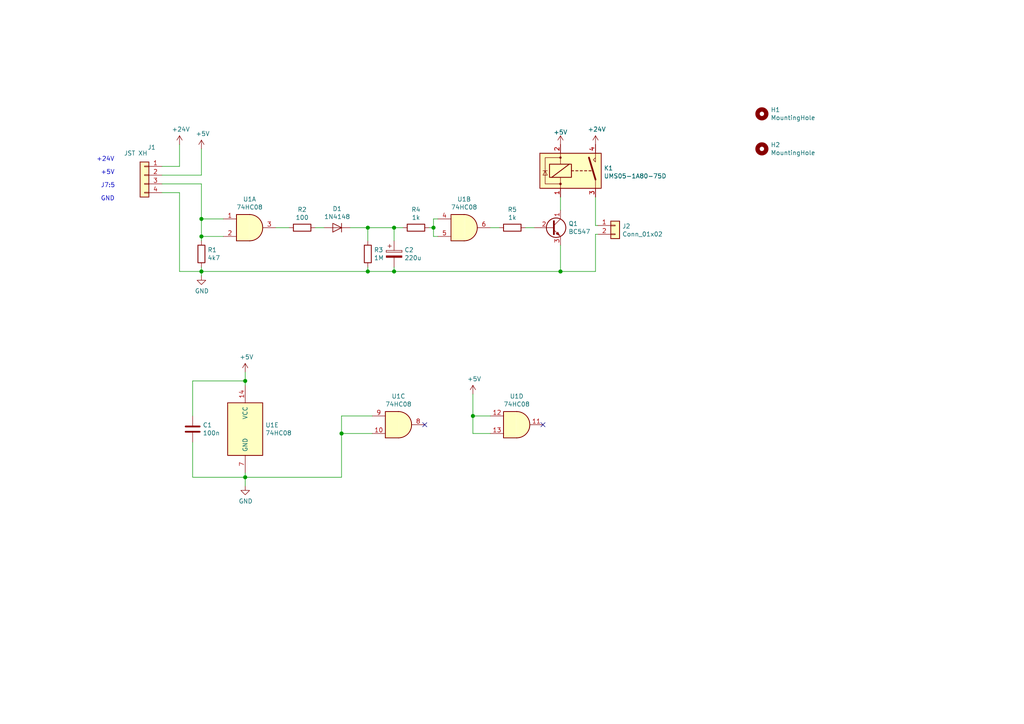
<source format=kicad_sch>
(kicad_sch (version 20210615) (generator eeschema)
  (paper "A4")
  (lib_symbols
    (symbol "74xx:74LS08" (pin_names (offset 1.016))
      (property "Reference" "U" (at 0 1.27 0))
      (property "Value" "74LS08" (at 0 -1.27 0))
      (symbol "74LS08_1_1"
        (arc (start 0 -3.81) (end 0 3.81) (radius (at 0 0) (length 3.81) (angles -89.9 89.9)) (stroke (width 0.254)) (fill (type background)))
        (polyline (pts (xy 0 3.81) (xy -3.81 3.81) (xy -3.81 -3.81) (xy 0 -3.81)) (stroke (width 0.254)) (fill (type background)))
        (pin input line (at -7.62 2.54 0) (length 3.81) (name "~") (number "1"))
        (pin input line (at -7.62 -2.54 0) (length 3.81) (name "~") (number "2"))
        (pin output line (at 7.62 0 180) (length 3.81) (name "~") (number "3"))
      )
      (symbol "74LS08_1_2"
        (arc (start -3.81 3.81) (end -3.81 -3.81) (radius (at -9.144 0) (length 6.5532) (angles 35.4 -35.4)) (stroke (width 0.254)))
        (arc (start 3.81 0) (end -0.6096 3.81) (radius (at -1.1938 -1.3208) (length 5.1816) (angles 15 83.7)) (stroke (width 0.254)) (fill (type background)))
        (arc (start 3.81 0) (end -0.6096 -3.81) (radius (at -1.1938 1.3208) (length 5.1816) (angles -15 -83.7)) (stroke (width 0.254)) (fill (type background)))
        (polyline (pts (xy -3.81 -3.81) (xy -0.635 -3.81)) (stroke (width 0.254)) (fill (type background)))
        (polyline (pts (xy -3.81 3.81) (xy -0.635 3.81)) (stroke (width 0.254)) (fill (type background)))
        (polyline (pts (xy -0.635 3.81) (xy -3.81 3.81) (xy -3.81 3.81) (xy -3.556 3.4036) (xy -3.0226 2.2606) (xy -2.6924 1.0414) (xy -2.6162 -0.254) (xy -2.7686 -1.4986) (xy -3.175 -2.7178) (xy -3.81 -3.81) (xy -3.81 -3.81) (xy -0.635 -3.81)) (stroke (width -25.4)) (fill (type background)))
        (pin input inverted (at -7.62 2.54 0) (length 4.318) (name "~") (number "1"))
        (pin input inverted (at -7.62 -2.54 0) (length 4.318) (name "~") (number "2"))
        (pin output inverted (at 7.62 0 180) (length 3.81) (name "~") (number "3"))
      )
      (symbol "74LS08_2_1"
        (arc (start 0 -3.81) (end 0 3.81) (radius (at 0 0) (length 3.81) (angles -89.9 89.9)) (stroke (width 0.254)) (fill (type background)))
        (polyline (pts (xy 0 3.81) (xy -3.81 3.81) (xy -3.81 -3.81) (xy 0 -3.81)) (stroke (width 0.254)) (fill (type background)))
        (pin input line (at -7.62 2.54 0) (length 3.81) (name "~") (number "4"))
        (pin input line (at -7.62 -2.54 0) (length 3.81) (name "~") (number "5"))
        (pin output line (at 7.62 0 180) (length 3.81) (name "~") (number "6"))
      )
      (symbol "74LS08_2_2"
        (arc (start -3.81 3.81) (end -3.81 -3.81) (radius (at -9.144 0) (length 6.5532) (angles 35.4 -35.4)) (stroke (width 0.254)))
        (arc (start 3.81 0) (end -0.6096 3.81) (radius (at -1.1938 -1.3208) (length 5.1816) (angles 15 83.7)) (stroke (width 0.254)) (fill (type background)))
        (arc (start 3.81 0) (end -0.6096 -3.81) (radius (at -1.1938 1.3208) (length 5.1816) (angles -15 -83.7)) (stroke (width 0.254)) (fill (type background)))
        (polyline (pts (xy -3.81 -3.81) (xy -0.635 -3.81)) (stroke (width 0.254)) (fill (type background)))
        (polyline (pts (xy -3.81 3.81) (xy -0.635 3.81)) (stroke (width 0.254)) (fill (type background)))
        (polyline (pts (xy -0.635 3.81) (xy -3.81 3.81) (xy -3.81 3.81) (xy -3.556 3.4036) (xy -3.0226 2.2606) (xy -2.6924 1.0414) (xy -2.6162 -0.254) (xy -2.7686 -1.4986) (xy -3.175 -2.7178) (xy -3.81 -3.81) (xy -3.81 -3.81) (xy -0.635 -3.81)) (stroke (width -25.4)) (fill (type background)))
        (pin input inverted (at -7.62 2.54 0) (length 4.318) (name "~") (number "4"))
        (pin input inverted (at -7.62 -2.54 0) (length 4.318) (name "~") (number "5"))
        (pin output inverted (at 7.62 0 180) (length 3.81) (name "~") (number "6"))
      )
      (symbol "74LS08_3_1"
        (arc (start 0 -3.81) (end 0 3.81) (radius (at 0 0) (length 3.81) (angles -89.9 89.9)) (stroke (width 0.254)) (fill (type background)))
        (polyline (pts (xy 0 3.81) (xy -3.81 3.81) (xy -3.81 -3.81) (xy 0 -3.81)) (stroke (width 0.254)) (fill (type background)))
        (pin input line (at -7.62 -2.54 0) (length 3.81) (name "~") (number "10"))
        (pin output line (at 7.62 0 180) (length 3.81) (name "~") (number "8"))
        (pin input line (at -7.62 2.54 0) (length 3.81) (name "~") (number "9"))
      )
      (symbol "74LS08_3_2"
        (arc (start -3.81 3.81) (end -3.81 -3.81) (radius (at -9.144 0) (length 6.5532) (angles 35.4 -35.4)) (stroke (width 0.254)))
        (arc (start 3.81 0) (end -0.6096 3.81) (radius (at -1.1938 -1.3208) (length 5.1816) (angles 15 83.7)) (stroke (width 0.254)) (fill (type background)))
        (arc (start 3.81 0) (end -0.6096 -3.81) (radius (at -1.1938 1.3208) (length 5.1816) (angles -15 -83.7)) (stroke (width 0.254)) (fill (type background)))
        (polyline (pts (xy -3.81 -3.81) (xy -0.635 -3.81)) (stroke (width 0.254)) (fill (type background)))
        (polyline (pts (xy -3.81 3.81) (xy -0.635 3.81)) (stroke (width 0.254)) (fill (type background)))
        (polyline (pts (xy -0.635 3.81) (xy -3.81 3.81) (xy -3.81 3.81) (xy -3.556 3.4036) (xy -3.0226 2.2606) (xy -2.6924 1.0414) (xy -2.6162 -0.254) (xy -2.7686 -1.4986) (xy -3.175 -2.7178) (xy -3.81 -3.81) (xy -3.81 -3.81) (xy -0.635 -3.81)) (stroke (width -25.4)) (fill (type background)))
        (pin input inverted (at -7.62 -2.54 0) (length 4.318) (name "~") (number "10"))
        (pin output inverted (at 7.62 0 180) (length 3.81) (name "~") (number "8"))
        (pin input inverted (at -7.62 2.54 0) (length 4.318) (name "~") (number "9"))
      )
      (symbol "74LS08_4_1"
        (arc (start 0 -3.81) (end 0 3.81) (radius (at 0 0) (length 3.81) (angles -89.9 89.9)) (stroke (width 0.254)) (fill (type background)))
        (polyline (pts (xy 0 3.81) (xy -3.81 3.81) (xy -3.81 -3.81) (xy 0 -3.81)) (stroke (width 0.254)) (fill (type background)))
        (pin output line (at 7.62 0 180) (length 3.81) (name "~") (number "11"))
        (pin input line (at -7.62 2.54 0) (length 3.81) (name "~") (number "12"))
        (pin input line (at -7.62 -2.54 0) (length 3.81) (name "~") (number "13"))
      )
      (symbol "74LS08_4_2"
        (arc (start -3.81 3.81) (end -3.81 -3.81) (radius (at -9.144 0) (length 6.5532) (angles 35.4 -35.4)) (stroke (width 0.254)))
        (arc (start 3.81 0) (end -0.6096 3.81) (radius (at -1.1938 -1.3208) (length 5.1816) (angles 15 83.7)) (stroke (width 0.254)) (fill (type background)))
        (arc (start 3.81 0) (end -0.6096 -3.81) (radius (at -1.1938 1.3208) (length 5.1816) (angles -15 -83.7)) (stroke (width 0.254)) (fill (type background)))
        (polyline (pts (xy -3.81 -3.81) (xy -0.635 -3.81)) (stroke (width 0.254)) (fill (type background)))
        (polyline (pts (xy -3.81 3.81) (xy -0.635 3.81)) (stroke (width 0.254)) (fill (type background)))
        (polyline (pts (xy -0.635 3.81) (xy -3.81 3.81) (xy -3.81 3.81) (xy -3.556 3.4036) (xy -3.0226 2.2606) (xy -2.6924 1.0414) (xy -2.6162 -0.254) (xy -2.7686 -1.4986) (xy -3.175 -2.7178) (xy -3.81 -3.81) (xy -3.81 -3.81) (xy -0.635 -3.81)) (stroke (width -25.4)) (fill (type background)))
        (pin output inverted (at 7.62 0 180) (length 3.81) (name "~") (number "11"))
        (pin input inverted (at -7.62 2.54 0) (length 4.318) (name "~") (number "12"))
        (pin input inverted (at -7.62 -2.54 0) (length 4.318) (name "~") (number "13"))
      )
      (symbol "74LS08_5_0"
        (pin power_in line (at 0 12.7 270) (length 5.08) (name "VCC") (number "14"))
        (pin power_in line (at 0 -12.7 90) (length 5.08) (name "GND") (number "7"))
      )
      (symbol "74LS08_5_1"
        (rectangle (start -5.08 7.62) (end 5.08 -7.62) (stroke (width 0.254)) (fill (type background)))
      )
    )
    (symbol "Connector_Generic:Conn_01x02" (pin_names (offset 1.016) hide)
      (property "Reference" "J" (at 0 2.54 0))
      (property "Value" "Conn_01x02" (at 0 -5.08 0))
      (symbol "Conn_01x02_1_1"
        (rectangle (start -1.27 -2.413) (end 0 -2.667) (stroke (width 0.1524)))
        (rectangle (start -1.27 0.127) (end 0 -0.127) (stroke (width 0.1524)))
        (rectangle (start -1.27 1.27) (end 1.27 -3.81) (stroke (width 0.254)) (fill (type background)))
        (pin passive line (at -5.08 0 0) (length 3.81) (name "Pin_1") (number "1"))
        (pin passive line (at -5.08 -2.54 0) (length 3.81) (name "Pin_2") (number "2"))
      )
    )
    (symbol "Connector_Generic:Conn_01x04" (pin_names (offset 1.016) hide)
      (property "Reference" "J" (at 0 5.08 0))
      (property "Value" "Conn_01x04" (at 0 -7.62 0))
      (symbol "Conn_01x04_1_1"
        (rectangle (start -1.27 -4.953) (end 0 -5.207) (stroke (width 0.1524)))
        (rectangle (start -1.27 -2.413) (end 0 -2.667) (stroke (width 0.1524)))
        (rectangle (start -1.27 0.127) (end 0 -0.127) (stroke (width 0.1524)))
        (rectangle (start -1.27 2.667) (end 0 2.413) (stroke (width 0.1524)))
        (rectangle (start -1.27 3.81) (end 1.27 -6.35) (stroke (width 0.254)) (fill (type background)))
        (pin passive line (at -5.08 2.54 0) (length 3.81) (name "Pin_1") (number "1"))
        (pin passive line (at -5.08 0 0) (length 3.81) (name "Pin_2") (number "2"))
        (pin passive line (at -5.08 -2.54 0) (length 3.81) (name "Pin_3") (number "3"))
        (pin passive line (at -5.08 -5.08 0) (length 3.81) (name "Pin_4") (number "4"))
      )
    )
    (symbol "Device:C" (pin_numbers hide) (pin_names (offset 0.254))
      (property "Reference" "C" (at 0.635 2.54 0))
      (property "Value" "C" (at 0.635 -2.54 0))
      (symbol "C_0_1"
        (polyline (pts (xy -2.032 -0.762) (xy 2.032 -0.762)) (stroke (width 0.508)))
        (polyline (pts (xy -2.032 0.762) (xy 2.032 0.762)) (stroke (width 0.508)))
      )
      (symbol "C_1_1"
        (pin passive line (at 0 3.81 270) (length 2.794) (name "~") (number "1"))
        (pin passive line (at 0 -3.81 90) (length 2.794) (name "~") (number "2"))
      )
    )
    (symbol "Device:CP" (pin_numbers hide) (pin_names (offset 0.254))
      (property "Reference" "C" (at 0.635 2.54 0))
      (property "Value" "CP" (at 0.635 -2.54 0))
      (symbol "CP_0_1"
        (rectangle (start -2.286 0.508) (end -2.286 1.016))
        (rectangle (start -2.286 0.508) (end 2.286 0.508))
        (rectangle (start 2.286 1.016) (end -2.286 1.016))
        (rectangle (start 2.286 1.016) (end 2.286 0.508))
        (rectangle (start 2.286 -0.508) (end -2.286 -1.016) (fill (type outline)))
        (polyline (pts (xy -1.778 2.286) (xy -0.762 2.286)))
        (polyline (pts (xy -1.27 2.794) (xy -1.27 1.778)))
      )
      (symbol "CP_1_1"
        (pin passive line (at 0 3.81 270) (length 2.794) (name "~") (number "1"))
        (pin passive line (at 0 -3.81 90) (length 2.794) (name "~") (number "2"))
      )
    )
    (symbol "Device:D" (pin_numbers hide) (pin_names (offset 1.016) hide)
      (property "Reference" "D" (at 0 2.54 0))
      (property "Value" "D" (at 0 -2.54 0))
      (symbol "D_0_1"
        (polyline (pts (xy -1.27 1.27) (xy -1.27 -1.27)) (stroke (width 0.2032)))
        (polyline (pts (xy 1.27 0) (xy -1.27 0)))
        (polyline (pts (xy 1.27 1.27) (xy 1.27 -1.27) (xy -1.27 0) (xy 1.27 1.27)) (stroke (width 0.2032)))
      )
      (symbol "D_1_1"
        (pin passive line (at -3.81 0 0) (length 2.54) (name "K") (number "1"))
        (pin passive line (at 3.81 0 180) (length 2.54) (name "A") (number "2"))
      )
    )
    (symbol "Device:Q_NPN_CBE" (pin_names (offset 0) hide)
      (property "Reference" "Q" (at 5.08 1.27 0))
      (property "Value" "Q_NPN_CBE" (at 5.08 -1.27 0))
      (symbol "Q_NPN_CBE_0_1"
        (circle (center 1.27 0) (radius 2.8194) (stroke (width 0.254)))
        (polyline (pts (xy 0.635 0.635) (xy 2.54 2.54)))
        (polyline (pts (xy 0.635 -0.635) (xy 2.54 -2.54) (xy 2.54 -2.54)))
        (polyline (pts (xy 0.635 1.905) (xy 0.635 -1.905) (xy 0.635 -1.905)) (stroke (width 0.508)))
        (polyline (pts (xy 1.27 -1.778) (xy 1.778 -1.27) (xy 2.286 -2.286) (xy 1.27 -1.778) (xy 1.27 -1.778)) (fill (type outline)))
      )
      (symbol "Q_NPN_CBE_1_1"
        (pin passive line (at 2.54 5.08 270) (length 2.54) (name "C") (number "1"))
        (pin input line (at -5.08 0 0) (length 5.715) (name "B") (number "2"))
        (pin passive line (at 2.54 -5.08 90) (length 2.54) (name "E") (number "3"))
      )
    )
    (symbol "Device:R" (pin_numbers hide) (pin_names (offset 0))
      (property "Reference" "R" (at 2.032 0 90))
      (property "Value" "R" (at 0 0 90))
      (symbol "R_0_1"
        (rectangle (start -1.016 -2.54) (end 1.016 2.54) (stroke (width 0.254)))
      )
      (symbol "R_1_1"
        (pin passive line (at 0 3.81 270) (length 1.27) (name "~") (number "1"))
        (pin passive line (at 0 -3.81 90) (length 1.27) (name "~") (number "2"))
      )
    )
    (symbol "Mechanical:MountingHole" (pin_names (offset 1.016))
      (property "Reference" "H" (at 0 5.08 0))
      (property "Value" "MountingHole" (at 0 3.175 0))
      (symbol "MountingHole_0_1"
        (circle (center 0 0) (radius 1.27) (stroke (width 1.27)))
      )
    )
    (symbol "power:+24V" (power) (pin_names (offset 0))
      (property "Value" "+24V" (at 0 3.556 0))
      (symbol "+24V_0_1"
        (polyline (pts (xy -0.762 1.27) (xy 0 2.54)))
        (polyline (pts (xy 0 0) (xy 0 2.54)))
        (polyline (pts (xy 0 2.54) (xy 0.762 1.27)))
      )
      (symbol "+24V_1_1"
        (pin power_in line (at 0 0 90) (length 0) hide (name "+24V") (number "1"))
      )
    )
    (symbol "power:+5V" (power) (pin_names (offset 0))
      (property "Value" "+5V" (at 0 3.556 0))
      (symbol "+5V_0_1"
        (polyline (pts (xy -0.762 1.27) (xy 0 2.54)))
        (polyline (pts (xy 0 0) (xy 0 2.54)))
        (polyline (pts (xy 0 2.54) (xy 0.762 1.27)))
      )
      (symbol "+5V_1_1"
        (pin power_in line (at 0 0 90) (length 0) hide (name "+5V") (number "1"))
      )
    )
    (symbol "power:GND" (power) (pin_names (offset 0))
      (property "Value" "GND" (at 0 -3.81 0))
      (symbol "GND_0_1"
        (polyline (pts (xy 0 0) (xy 0 -1.27) (xy 1.27 -1.27) (xy 0 -2.54) (xy -1.27 -1.27) (xy 0 -1.27)))
      )
      (symbol "GND_1_1"
        (pin power_in line (at 0 0 270) (length 0) hide (name "GND") (number "1"))
      )
    )
    (symbol "ums05-1a80-75d:UMS05-1A80-75D"
      (property "Reference" "K" (at 7.62 3.81 0))
      (property "Value" "UMS05-1A80-75D" (at 7.62 1.27 0))
      (symbol "UMS05-1A80-75D_0_0"
        (polyline (pts (xy 5.08 5.08) (xy 5.08 2.54) (xy 4.445 3.175) (xy 5.08 3.81)))
      )
      (symbol "UMS05-1A80-75D_0_1"
        (circle (center -5.08 -3.81) (radius 0.2794) (fill (type outline)))
        (circle (center -5.08 3.81) (radius 0.254) (fill (type outline)))
        (rectangle (start -8.255 1.905) (end -1.905 -1.905) (stroke (width 0.254)))
        (rectangle (start -11.049 5.08) (end 6.731 -5.08) (stroke (width 0.254)) (fill (type background)))
        (polyline (pts (xy -8.89 0) (xy -10.16 0)))
        (polyline (pts (xy -7.62 -1.905) (xy -2.54 1.905)) (stroke (width 0.254)))
        (polyline (pts (xy -5.08 -5.08) (xy -5.08 -1.905)))
        (polyline (pts (xy -5.08 5.08) (xy -5.08 1.905)))
        (polyline (pts (xy -1.905 0) (xy -1.27 0)) (stroke (width 0.254)))
        (polyline (pts (xy -0.635 0) (xy 0 0)) (stroke (width 0.254)))
        (polyline (pts (xy 0.635 0) (xy 1.27 0)) (stroke (width 0.254)))
        (polyline (pts (xy 1.905 0) (xy 2.54 0)) (stroke (width 0.254)))
        (polyline (pts (xy 3.175 0) (xy 3.81 0)) (stroke (width 0.254)))
        (polyline (pts (xy 5.08 -2.54) (xy 3.175 3.81)) (stroke (width 0.508)))
        (polyline (pts (xy 5.08 -2.54) (xy 5.08 -5.08)))
        (polyline (pts (xy -9.525 0) (xy -8.89 -1.27) (xy -10.16 -1.27) (xy -9.525 0)))
        (polyline (pts (xy -5.08 3.81) (xy -9.525 3.81) (xy -9.525 -3.81) (xy -5.08 -3.81)))
      )
      (symbol "UMS05-1A80-75D_1_1"
        (pin passive line (at -5.08 -7.62 90) (length 2.54) (name "~") (number "1"))
        (pin passive line (at -5.08 7.62 270) (length 2.54) (name "~") (number "2"))
        (pin passive line (at 5.08 -7.62 90) (length 2.54) (name "~") (number "3"))
        (pin passive line (at 5.08 7.62 270) (length 2.54) (name "~") (number "4"))
      )
    )
  )
  (junction (at 58.42 63.5) (diameter 1.016))
  (junction (at 58.42 68.58) (diameter 1.016))
  (junction (at 58.42 78.74) (diameter 1.016))
  (junction (at 71.12 110.49) (diameter 1.016))
  (junction (at 71.12 138.43) (diameter 1.016))
  (junction (at 99.06 125.73) (diameter 1.016))
  (junction (at 106.68 66.04) (diameter 1.016))
  (junction (at 106.68 78.74) (diameter 1.016))
  (junction (at 114.3 66.04) (diameter 1.016))
  (junction (at 114.3 78.74) (diameter 1.016))
  (junction (at 125.73 66.04) (diameter 1.016))
  (junction (at 137.16 120.65) (diameter 1.016))
  (junction (at 162.56 78.74) (diameter 1.016))
  (no_connect (at 123.19 123.19))
  (no_connect (at 157.48 123.19))
  (wire (pts (xy 46.99 50.8) (xy 58.42 50.8)))
  (wire (pts (xy 46.99 53.34) (xy 58.42 53.34)))
  (wire (pts (xy 46.99 55.88) (xy 52.07 55.88)))
  (wire (pts (xy 52.07 41.91) (xy 52.07 48.26)))
  (wire (pts (xy 52.07 48.26) (xy 46.99 48.26)))
  (wire (pts (xy 52.07 55.88) (xy 52.07 78.74)))
  (wire (pts (xy 52.07 78.74) (xy 58.42 78.74)))
  (wire (pts (xy 55.88 110.49) (xy 71.12 110.49)))
  (wire (pts (xy 55.88 120.65) (xy 55.88 110.49)))
  (wire (pts (xy 55.88 128.27) (xy 55.88 138.43)))
  (wire (pts (xy 55.88 138.43) (xy 71.12 138.43)))
  (wire (pts (xy 58.42 50.8) (xy 58.42 43.18)))
  (wire (pts (xy 58.42 53.34) (xy 58.42 63.5)))
  (wire (pts (xy 58.42 68.58) (xy 58.42 63.5)))
  (wire (pts (xy 58.42 69.85) (xy 58.42 68.58)))
  (wire (pts (xy 58.42 78.74) (xy 58.42 77.47)))
  (wire (pts (xy 58.42 78.74) (xy 106.68 78.74)))
  (wire (pts (xy 58.42 80.01) (xy 58.42 78.74)))
  (wire (pts (xy 64.77 63.5) (xy 58.42 63.5)))
  (wire (pts (xy 64.77 68.58) (xy 58.42 68.58)))
  (wire (pts (xy 71.12 107.95) (xy 71.12 110.49)))
  (wire (pts (xy 71.12 110.49) (xy 71.12 111.76)))
  (wire (pts (xy 71.12 137.16) (xy 71.12 138.43)))
  (wire (pts (xy 71.12 138.43) (xy 71.12 140.97)))
  (wire (pts (xy 80.01 66.04) (xy 83.82 66.04)))
  (wire (pts (xy 91.44 66.04) (xy 93.98 66.04)))
  (wire (pts (xy 99.06 120.65) (xy 99.06 125.73)))
  (wire (pts (xy 99.06 125.73) (xy 99.06 138.43)))
  (wire (pts (xy 99.06 138.43) (xy 71.12 138.43)))
  (wire (pts (xy 101.6 66.04) (xy 106.68 66.04)))
  (wire (pts (xy 106.68 66.04) (xy 114.3 66.04)))
  (wire (pts (xy 106.68 69.85) (xy 106.68 66.04)))
  (wire (pts (xy 106.68 77.47) (xy 106.68 78.74)))
  (wire (pts (xy 106.68 78.74) (xy 114.3 78.74)))
  (wire (pts (xy 107.95 120.65) (xy 99.06 120.65)))
  (wire (pts (xy 107.95 125.73) (xy 99.06 125.73)))
  (wire (pts (xy 114.3 66.04) (xy 116.84 66.04)))
  (wire (pts (xy 114.3 69.85) (xy 114.3 66.04)))
  (wire (pts (xy 114.3 78.74) (xy 114.3 77.47)))
  (wire (pts (xy 125.73 63.5) (xy 125.73 66.04)))
  (wire (pts (xy 125.73 66.04) (xy 124.46 66.04)))
  (wire (pts (xy 125.73 66.04) (xy 125.73 68.58)))
  (wire (pts (xy 125.73 68.58) (xy 127 68.58)))
  (wire (pts (xy 127 63.5) (xy 125.73 63.5)))
  (wire (pts (xy 137.16 114.3) (xy 137.16 120.65)))
  (wire (pts (xy 137.16 120.65) (xy 137.16 125.73)))
  (wire (pts (xy 137.16 125.73) (xy 142.24 125.73)))
  (wire (pts (xy 142.24 66.04) (xy 144.78 66.04)))
  (wire (pts (xy 142.24 120.65) (xy 137.16 120.65)))
  (wire (pts (xy 152.4 66.04) (xy 154.94 66.04)))
  (wire (pts (xy 162.56 57.15) (xy 162.56 60.96)))
  (wire (pts (xy 162.56 71.12) (xy 162.56 78.74)))
  (wire (pts (xy 162.56 78.74) (xy 114.3 78.74)))
  (wire (pts (xy 172.72 57.15) (xy 172.72 65.405)))
  (wire (pts (xy 172.72 65.405) (xy 173.355 65.405)))
  (wire (pts (xy 172.72 67.945) (xy 172.72 78.74)))
  (wire (pts (xy 172.72 78.74) (xy 162.56 78.74)))
  (wire (pts (xy 173.355 67.945) (xy 172.72 67.945)))
  (text "+24V" (at 27.94 46.99 0) (effects (font (size 1.27 1.27)) (justify left bottom)))
  (text "+5V" (at 29.21 50.8 0) (effects (font (size 1.27 1.27)) (justify left bottom)))
  (text "J7:5" (at 29.21 54.61 0) (effects (font (size 1.27 1.27)) (justify left bottom)))
  (text "GND" (at 29.21 58.42 0) (effects (font (size 1.27 1.27)) (justify left bottom)))
  (symbol (lib_id "power:+24V") (at 52.07 41.91 0) (unit 1)
    (property "Reference" "#PWR0103" (effects hide))
    (property "Value" "+24V" (at 52.451 37.5158 0))
  )
  (symbol (lib_id "power:+5V") (at 58.42 43.18 0) (unit 1)
    (property "Reference" "#PWR0102" (effects hide))
    (property "Value" "+5V" (at 58.801 38.7858 0))
  )
  (symbol (lib_id "power:+5V") (at 71.12 107.95 0) (unit 1)
    (property "Reference" "#PWR0105" (effects hide))
    (property "Value" "+5V" (at 71.501 103.5558 0))
  )
  (symbol (lib_id "power:+5V") (at 137.16 114.3 0) (unit 1)
    (property "Reference" "#PWR0106" (effects hide))
    (property "Value" "+5V" (at 137.541 109.9058 0))
  )
  (symbol (lib_id "power:+5V") (at 162.56 41.91 0) (unit 1)
    (property "Reference" "#PWR01" (effects hide))
    (property "Value" "+5V" (at 162.56 38.3626 0))
  )
  (symbol (lib_id "power:+24V") (at 172.72 41.91 0) (unit 1)
    (property "Reference" "#PWR0107" (effects hide))
    (property "Value" "+24V" (at 173.101 37.5158 0))
  )
  (symbol (lib_id "power:GND") (at 58.42 80.01 0) (unit 1)
    (property "Reference" "#PWR0101" (effects hide))
    (property "Value" "GND" (at 58.547 84.4042 0))
  )
  (symbol (lib_id "power:GND") (at 71.12 140.97 0) (unit 1)
    (property "Reference" "#PWR0104" (effects hide))
    (property "Value" "GND" (at 71.247 145.3642 0))
  )
  (symbol (lib_id "Mechanical:MountingHole") (at 220.98 33.02 0) (unit 1)
    (property "Reference" "H1" (at 223.52 31.8516 0) (effects (justify left)))
    (property "Value" "MountingHole" (at 223.52 34.163 0) (effects (justify left)))
    (property "Footprint" "MountingHole:MountingHole_3.2mm_M3" (effects hide))
  )
  (symbol (lib_id "Mechanical:MountingHole") (at 220.98 43.18 0) (unit 1)
    (property "Reference" "H2" (at 223.52 42.0116 0) (effects (justify left)))
    (property "Value" "MountingHole" (at 223.52 44.323 0) (effects (justify left)))
    (property "Footprint" "MountingHole:MountingHole_3.2mm_M3" (effects hide))
  )
  (symbol (lib_id "Device:R") (at 58.42 73.66 0) (unit 1)
    (property "Reference" "R1" (at 60.198 72.4916 0) (effects (justify left)))
    (property "Value" "4k7" (at 60.198 74.803 0) (effects (justify left)))
    (property "Footprint" "Resistor_THT:R_Axial_DIN0411_L9.9mm_D3.6mm_P12.70mm_Horizontal" (effects hide))
  )
  (symbol (lib_id "Device:R") (at 87.63 66.04 270) (unit 1)
    (property "Reference" "R2" (at 87.63 60.7822 90))
    (property "Value" "100" (at 87.63 63.0936 90))
    (property "Footprint" "Resistor_THT:R_Axial_DIN0411_L9.9mm_D3.6mm_P12.70mm_Horizontal" (effects hide))
  )
  (symbol (lib_id "Device:R") (at 106.68 73.66 0) (unit 1)
    (property "Reference" "R3" (at 108.458 72.4916 0) (effects (justify left)))
    (property "Value" "1M" (at 108.458 74.803 0) (effects (justify left)))
    (property "Footprint" "Resistor_THT:R_Axial_DIN0411_L9.9mm_D3.6mm_P12.70mm_Horizontal" (effects hide))
  )
  (symbol (lib_id "Device:R") (at 120.65 66.04 270) (unit 1)
    (property "Reference" "R4" (at 120.65 60.7822 90))
    (property "Value" "1k" (at 120.65 63.0936 90))
    (property "Footprint" "Resistor_THT:R_Axial_DIN0411_L9.9mm_D3.6mm_P12.70mm_Horizontal" (effects hide))
  )
  (symbol (lib_id "Device:R") (at 148.59 66.04 270) (unit 1)
    (property "Reference" "R5" (at 148.59 60.7822 90))
    (property "Value" "1k" (at 148.59 63.0936 90))
    (property "Footprint" "Resistor_THT:R_Axial_DIN0411_L9.9mm_D3.6mm_P12.70mm_Horizontal" (effects hide))
  )
  (symbol (lib_id "Device:D") (at 97.79 66.04 180) (unit 1)
    (property "Reference" "D1" (at 97.79 60.5536 0))
    (property "Value" "1N4148" (at 97.79 62.865 0))
    (property "Footprint" "Diode_THT:D_DO-35_SOD27_P7.62mm_Horizontal" (effects hide))
  )
  (symbol (lib_id "Connector_Generic:Conn_01x02") (at 178.435 65.405 0) (unit 1)
    (property "Reference" "J2" (at 180.467 65.6082 0) (effects (justify left)))
    (property "Value" "Conn_01x02" (at 180.467 67.9196 0) (effects (justify left)))
    (property "Footprint" "Connector_JST:JST_XH_B02B-XH-A_1x02_P2.50mm_Vertical" (effects hide))
  )
  (symbol (lib_id "Device:C") (at 55.88 124.46 0) (unit 1)
    (property "Reference" "C1" (at 58.801 123.2916 0) (effects (justify left)))
    (property "Value" "100n" (at 58.801 125.603 0) (effects (justify left)))
    (property "Footprint" "Capacitor_THT:C_Axial_L5.1mm_D3.1mm_P10.00mm_Horizontal" (effects hide))
  )
  (symbol (lib_id "Device:CP") (at 114.3 73.66 0) (unit 1)
    (property "Reference" "C2" (at 117.2972 72.4916 0) (effects (justify left)))
    (property "Value" "220u" (at 117.2972 74.803 0) (effects (justify left)))
    (property "Footprint" "Capacitor_THT:CP_Radial_D10.0mm_P2.50mm_P5.00mm" (effects hide))
  )
  (symbol (lib_id "Connector_Generic:Conn_01x04") (at 41.91 50.8 0) (mirror y) (unit 1)
    (property "Reference" "J1" (at 43.9928 42.7482 0))
    (property "Value" "JST XH" (at 39.37 44.45 0))
    (property "Footprint" "Connector_JST:JST_XH_B04B-XH-A_1x04_P2.50mm_Vertical" (effects hide))
  )
  (symbol (lib_id "Device:Q_NPN_CBE") (at 160.02 66.04 0) (unit 1)
    (property "Reference" "Q1" (at 164.8714 64.8716 0) (effects (justify left)))
    (property "Value" "BC547" (at 164.8714 67.183 0) (effects (justify left)))
    (property "Footprint" "Package_TO_SOT_THT:TO-92_Wide" (effects hide))
  )
  (symbol (lib_id "74xx:74LS08") (at 72.39 66.04 0) (unit 1)
    (property "Reference" "U1" (at 72.39 57.785 0))
    (property "Value" "74HC08" (at 72.39 60.0964 0))
    (property "Footprint" "Package_DIP:DIP-14_W7.62mm_LongPads" (effects hide))
    (property "Datasheet" "http://www.ti.com/lit/gpn/sn74LS08" (effects hide))
  )
  (symbol (lib_id "74xx:74LS08") (at 115.57 123.19 0) (unit 3)
    (property "Reference" "U1" (at 115.57 114.935 0))
    (property "Value" "74HC08" (at 115.57 117.2464 0))
    (property "Footprint" "Package_DIP:DIP-14_W7.62mm_LongPads" (effects hide))
    (property "Datasheet" "http://www.ti.com/lit/gpn/sn74LS08" (effects hide))
  )
  (symbol (lib_id "74xx:74LS08") (at 134.62 66.04 0) (unit 2)
    (property "Reference" "U1" (at 134.62 57.785 0))
    (property "Value" "74HC08" (at 134.62 60.0964 0))
    (property "Footprint" "Package_DIP:DIP-14_W7.62mm_LongPads" (effects hide))
    (property "Datasheet" "http://www.ti.com/lit/gpn/sn74LS08" (effects hide))
  )
  (symbol (lib_id "74xx:74LS08") (at 149.86 123.19 0) (unit 4)
    (property "Reference" "U1" (at 149.86 114.935 0))
    (property "Value" "74HC08" (at 149.86 117.2464 0))
    (property "Footprint" "Package_DIP:DIP-14_W7.62mm_LongPads" (effects hide))
    (property "Datasheet" "http://www.ti.com/lit/gpn/sn74LS08" (effects hide))
  )
  (symbol (lib_id "74xx:74LS08") (at 71.12 124.46 0) (unit 5)
    (property "Reference" "U1" (at 76.962 123.2916 0) (effects (justify left)))
    (property "Value" "74HC08" (at 76.962 125.603 0) (effects (justify left)))
    (property "Footprint" "Package_DIP:DIP-14_W7.62mm_LongPads" (effects hide))
    (property "Datasheet" "http://www.ti.com/lit/gpn/sn74LS08" (effects hide))
  )
  (symbol (lib_id "ums05-1a80-75d:UMS05-1A80-75D") (at 167.64 49.53 0) (unit 1)
    (property "Reference" "K1" (at 175.1331 48.7691 0) (effects (justify left)))
    (property "Value" "UMS05-1A80-75D" (at 175.1331 51.0678 0) (effects (justify left)))
    (property "Footprint" "Exhaustcontrol:DIL-relay" (effects hide))
    (property "Datasheet" "https://standexelectronics.com/de/produkte/ums-reed-relais/" (effects hide))
  )
)
</source>
